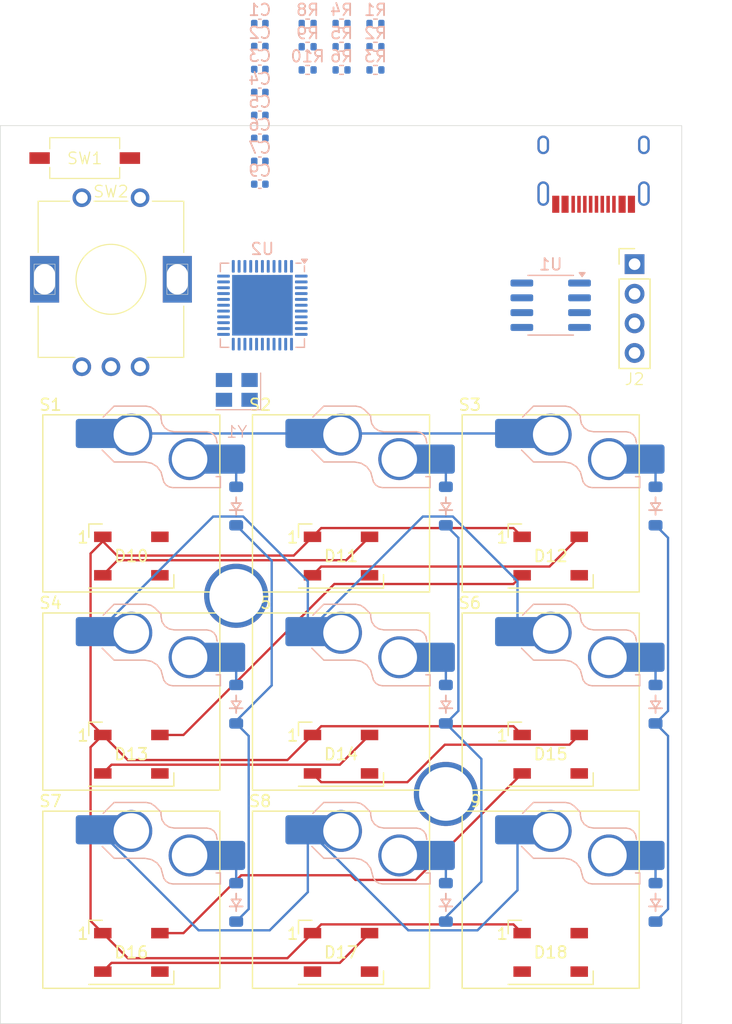
<source format=kicad_pcb>
(kicad_pcb (version 20240108) (generator "pcbnew") (generator_version "8.0")
  (layers (0 "F.Cu" signal) (31 "B.Cu" signal) (34 "B.Paste" user) (35 "F.Paste" user) (36 "B.SilkS" user "B.Silkscreen") (37 "F.SilkS" user "F.Silkscreen") (38 "B.Mask" user) (39 "F.Mask" user) (44 "Edge.Cuts" user))
  (net 0 "")
  (net 1 "VBUS")
  (net 2 "Net-(U2-UCAP)")
  (net 3 "Net-(U2-XTAL1)")
  (net 4 "Net-(U2-XTAL2)")
  (net 5 "RE A")
  (net 6 "RE B")
  (net 7 "Row 0")
  (net 8 "Net-(D1-A)")
  (net 9 "Row 1")
  (net 10 "Net-(D2-A)")
  (net 11 "Row 2")
  (net 12 "Net-(D3-A)")
  (net 13 "Net-(D4-A)")
  (net 14 "Net-(D5-A)")
  (net 15 "Net-(D6-A)")
  (net 16 "Net-(D7-A)")
  (net 17 "Net-(D8-A)")
  (net 18 "Net-(D9-A)")
  (net 19 "+5V")
  (net 20 "LED Input")
  (net 21 "Net-(D10-DOUT)")
  (net 22 "Net-(D11-DOUT)")
  (net 23 "Net-(D12-DOUT)")
  (net 24 "Net-(D13-DOUT)")
  (net 25 "Net-(D14-DOUT)")
  (net 26 "Net-(D15-DOUT)")
  (net 27 "Net-(D16-DOUT)")
  (net 28 "Net-(D17-DOUT)")
  (net 30 "Net-(J1-D--PadA7)")
  (net 37 "Net-(J1-CC1)")
  (net 38 "Net-(J1-D+-PadA6)")
  (net 39 "Net-(J1-CC2)")
  (net 40 "Display SDA")
  (net 41 "Display SCL")
  (net 42 "Net-(U2-~{RESET})")
  (net 43 "Net-(U2-D+)")
  (net 44 "D+")
  (net 45 "Net-(U2-D-)")
  (net 46 "D-")
  (net 47 "Net-(R6-Pad2)")
  (net 48 "Net-(R10-Pad2)")
  (net 49 "Column 0")
  (net 50 "Column 1")
  (net 51 "Column 2")
  (net 52 "RE Switch")
  (net 80 "GND")
  (footprint "ScottoKeebs_Hotswap:Hotswap_Choc_V1_Plated_1.00u" (layer "F.Cu") (at 124.15 83.7)
    (property "Reference" "S1" (at -6.94 -8.46 0) (layer "F.SilkS"))
    (property "Value" "Keyswitch")
    (pad "" np_thru_hole circle (at -5.5 0) (size 1.9 1.9) (drill 1.9) (layers "*.Cu" "*.Mask"))
    (pad "" np_thru_hole circle (at 0 0) (size 3.45 3.45) (drill 3.45) (layers "*.Cu" "*.Mask"))
    (pad "" np_thru_hole circle (at 5.5 0) (size 1.9 1.9) (drill 1.9) (layers "*.Cu" "*.Mask"))
    (pad "1" smd roundrect (at -2.85 -6) (size 3.85 2.5) (layers "B.Cu") (roundrect_rratio 0.1) (net 49 "Column 0"))
    (pad "1" thru_hole circle (at 0 -5.9) (size 3.6 3.6) (drill 3.05) (layers "*.Cu" "*.Mask") (net 49 "Column 0"))
    (pad "2" thru_hole circle (at 5 -3.8) (size 3.6 3.6) (drill 3.05) (layers "*.Cu" "*.Mask") (net 8 "Net-(D1-A)"))
    (pad "2" smd roundrect (at 7.85 -3.8) (size 3.85 2.5) (layers "B.Cu") (roundrect_rratio 0.1) (net 8 "Net-(D1-A)"))
  )
  (footprint "ScottoKeebs_Hotswap:Hotswap_Choc_V1_Plated_1.00u" (layer "F.Cu") (at 160.15 83.7)
    (property "Reference" "S3" (at -6.94 -8.46 0) (layer "F.SilkS"))
    (property "Value" "Keyswitch")
    (pad "" np_thru_hole circle (at -5.5 0) (size 1.9 1.9) (drill 1.9) (layers "*.Cu" "*.Mask"))
    (pad "" np_thru_hole circle (at 0 0) (size 3.45 3.45) (drill 3.45) (layers "*.Cu" "*.Mask"))
    (pad "" np_thru_hole circle (at 5.5 0) (size 1.9 1.9) (drill 1.9) (layers "*.Cu" "*.Mask"))
    (pad "1" smd roundrect (at -2.85 -6) (size 3.85 2.5) (layers "B.Cu") (roundrect_rratio 0.1) (net 49 "Column 0"))
    (pad "1" thru_hole circle (at 0 -5.9) (size 3.6 3.6) (drill 3.05) (layers "*.Cu" "*.Mask") (net 49 "Column 0"))
    (pad "2" thru_hole circle (at 5 -3.8) (size 3.6 3.6) (drill 3.05) (layers "*.Cu" "*.Mask") (net 12 "Net-(D3-A)"))
    (pad "2" smd roundrect (at 7.85 -3.8) (size 3.85 2.5) (layers "B.Cu") (roundrect_rratio 0.1) (net 12 "Net-(D3-A)"))
  )
  (footprint "Display:SSD1306_LCD_Display_128x32" (layer "F.Cu") (at 150.19 75.725)
    (property "Reference" "J2" (at 17.16 -2.68 0) (layer "F.SilkS") (effects (font (thickness 0.1))))
    (property "Value" "Display")
    (pad "1" thru_hole rect (at 17.16 -12.55) (size 1.7 1.7) (drill 1) (layers "*.Cu" "*.Mask") (net 80 "GND"))
    (pad "2" thru_hole oval (at 17.16 -10.01) (size 1.7 1.7) (drill 1) (layers "*.Cu" "*.Mask") (net 19 "+5V"))
    (pad "3" thru_hole oval (at 17.16 -7.47) (size 1.7 1.7) (drill 1) (layers "*.Cu" "*.Mask") (net 41 "Display SCL"))
    (pad "4" thru_hole oval (at 17.16 -4.93) (size 1.7 1.7) (drill 1) (layers "*.Cu" "*.Mask") (net 40 "Display SDA"))
  )
  (footprint "ScottoKeebs_Components:LED_WS2812B" (layer "F.Cu") (at 160.15 88.215625)
    (property "Reference" "D12" (at 0 0 0) (layer "F.SilkS"))
    (property "Value" "WS2812B")
    (fp_text user "1" (at -4.15 -1.6 0) (layer "F.SilkS"))
    (pad "1" smd rect (at -2.45 -1.65) (size 1.5 0.9) (layers "F.Cu" "F.Paste" "F.Mask") (net 19 "+5V"))
    (pad "2" smd rect (at -2.45 1.65) (size 1.5 0.9) (layers "F.Cu" "F.Paste" "F.Mask") (net 23 "Net-(D12-DOUT)"))
    (pad "3" smd rect (at 2.45 1.65) (size 1.5 0.9) (layers "F.Cu" "F.Paste" "F.Mask") (net 80 "GND"))
    (pad "4" smd rect (at 2.45 -1.65) (size 1.5 0.9) (layers "F.Cu" "F.Paste" "F.Mask") (net 22 "Net-(D11-DOUT)"))
  )
  (footprint "ScottoKeebs_Hotswap:Hotswap_Choc_V1_Plated_1.00u" (layer "F.Cu") (at 142.15 83.7)
    (property "Reference" "S2" (at -6.94 -8.46 0) (layer "F.SilkS"))
    (property "Value" "Keyswitch")
    (pad "" np_thru_hole circle (at -5.5 0) (size 1.9 1.9) (drill 1.9) (layers "*.Cu" "*.Mask"))
    (pad "" np_thru_hole circle (at 0 0) (size 3.45 3.45) (drill 3.45) (layers "*.Cu" "*.Mask"))
    (pad "" np_thru_hole circle (at 5.5 0) (size 1.9 1.9) (drill 1.9) (layers "*.Cu" "*.Mask"))
    (pad "1" smd roundrect (at -2.85 -6) (size 3.85 2.5) (layers "B.Cu") (roundrect_rratio 0.1) (net 49 "Column 0"))
    (pad "1" thru_hole circle (at 0 -5.9) (size 3.6 3.6) (drill 3.05) (layers "*.Cu" "*.Mask") (net 49 "Column 0"))
    (pad "2" thru_hole circle (at 5 -3.8) (size 3.6 3.6) (drill 3.05) (layers "*.Cu" "*.Mask") (net 10 "Net-(D2-A)"))
    (pad "2" smd roundrect (at 7.85 -3.8) (size 3.85 2.5) (layers "B.Cu") (roundrect_rratio 0.1) (net 10 "Net-(D2-A)"))
  )
  (footprint "Rotary_Encoder:RotaryEncoder_Bourns_PEC11R-4xxxF-Sxxxx" (layer "F.Cu") (at 122.4 74.975)
    (property "Reference" "SW2" (at 0 -18.025 0) (layer "F.SilkS") (effects (font (thickness 0.1))))
    (property "Value" "RotaryEncoder_Switch")
    (fp_rect (start -6.6 -11.8) (end -4.8 -9.2) (stroke (width 0.05)) (fill none) (layer "Edge.Cuts"))
    (fp_rect (start 4.8 -11.8) (end 6.6 -9.2) (stroke (width 0.05)) (fill none) (layer "Edge.Cuts"))
    (pad "A" thru_hole circle (at -2.5 -3) (size 1.6 1.6) (drill 1) (layers "*.Cu" "*.Mask") (net 48 "Net-(R10-Pad2)"))
    (pad "B" thru_hole circle (at 2.5 -3) (size 1.6 1.6) (drill 1) (layers "*.Cu" "*.Mask") (net 47 "Net-(R6-Pad2)"))
    (pad "C" thru_hole circle (at 0 -3) (size 1.6 1.6) (drill 1) (layers "*.Cu" "*.Mask") (net 80 "GND"))
    (pad "S1" thru_hole circle (at -2.5 -17.5) (size 1.6 1.6) (drill 1) (layers "*.Cu" "*.Mask") (net 80 "GND"))
    (pad "S2" thru_hole circle (at 2.5 -17.5) (size 1.6 1.6) (drill 1) (layers "*.Cu" "*.Mask") (net 52 "RE Switch"))
    (pad "SH" thru_hole rect (at -5.7 -10.5) (size 2.5 4) (drill oval 1.8 2.6) (layers "*.Cu" "*.Mask"))
    (pad "SH" thru_hole rect (at 5.7 -10.5) (size 2.5 4) (drill oval 1.8 2.6) (layers "*.Cu" "*.Mask"))
  )
  (footprint "MountingHole:MountingHole_4.6mm" (layer "F.Cu") (at 151.15 113.795)
    (property "Reference" "H2" (hide yes))
    (property "Value" "MountingHole_Pad" (hide yes))
    (pad "1" thru_hole circle (at 0 -5.17) (size 5.5 5.5) (drill 4.6) (layers "*.Cu" "*.Mask") (net 80 "GND"))
  )
  (footprint "ScottoKeebs_Components:LED_WS2812B" (layer "F.Cu") (at 124.15 122.215625)
    (property "Reference" "D16" (at 0 0 0) (layer "F.SilkS"))
    (property "Value" "WS2812B")
    (fp_text user "1" (at -4.15 -1.6 0) (layer "F.SilkS"))
    (pad "1" smd rect (at -2.45 -1.65) (size 1.5 0.9) (layers "F.Cu" "F.Paste" "F.Mask") (net 19 "+5V"))
    (pad "2" smd rect (at -2.45 1.65) (size 1.5 0.9) (layers "F.Cu" "F.Paste" "F.Mask") (net 27 "Net-(D16-DOUT)"))
    (pad "3" smd rect (at 2.45 1.65) (size 1.5 0.9) (layers "F.Cu" "F.Paste" "F.Mask") (net 80 "GND"))
    (pad "4" smd rect (at 2.45 -1.65) (size 1.5 0.9) (layers "F.Cu" "F.Paste" "F.Mask") (net 26 "Net-(D15-DOUT)"))
  )
  (footprint "MountingHole:MountingHole_4.6mm" (layer "F.Cu") (at 133.15 96.795)
    (property "Reference" "H1" (hide yes))
    (property "Value" "MountingHole_Pad" (hide yes))
    (pad "1" thru_hole circle (at 0 -5.17) (size 5.5 5.5) (drill 4.6) (layers "*.Cu" "*.Mask") (net 80 "GND"))
  )
  (footprint "ScottoKeebs_Hotswap:Hotswap_Choc_V1_Plated_1.00u" (layer "F.Cu") (at 142.15 117.7)
    (property "Reference" "S8" (at -6.94 -8.46 0) (layer "F.SilkS"))
    (property "Value" "Keyswitch")
    (pad "" np_thru_hole circle (at -5.5 0) (size 1.9 1.9) (drill 1.9) (layers "*.Cu" "*.Mask"))
    (pad "" np_thru_hole circle (at 0 0) (size 3.45 3.45) (drill 3.45) (layers "*.Cu" "*.Mask"))
    (pad "" np_thru_hole circle (at 5.5 0) (size 1.9 1.9) (drill 1.9) (layers "*.Cu" "*.Mask"))
    (pad "1" smd roundrect (at -2.85 -6) (size 3.85 2.5) (layers "B.Cu") (roundrect_rratio 0.1) (net 51 "Column 2"))
    (pad "1" thru_hole circle (at 0 -5.9) (size 3.6 3.6) (drill 3.05) (layers "*.Cu" "*.Mask") (net 51 "Column 2"))
    (pad "2" thru_hole circle (at 5 -3.8) (size 3.6 3.6) (drill 3.05) (layers "*.Cu" "*.Mask") (net 17 "Net-(D8-A)"))
    (pad "2" smd roundrect (at 7.85 -3.8) (size 3.85 2.5) (layers "B.Cu") (roundrect_rratio 0.1) (net 17 "Net-(D8-A)"))
  )
  (footprint "ScottoKeebs_Hotswap:Hotswap_Choc_V1_Plated_1.00u" (layer "F.Cu") (at 160.15 117.7)
    (property "Reference" "S9" (at -6.94 -8.46 0) (layer "F.SilkS"))
    (property "Value" "Keyswitch")
    (pad "" np_thru_hole circle (at -5.5 0) (size 1.9 1.9) (drill 1.9) (layers "*.Cu" "*.Mask"))
    (pad "" np_thru_hole circle (at 0 0) (size 3.45 3.45) (drill 3.45) (layers "*.Cu" "*.Mask"))
    (pad "" np_thru_hole circle (at 5.5 0) (size 1.9 1.9) (drill 1.9) (layers "*.Cu" "*.Mask"))
    (pad "1" smd roundrect (at -2.85 -6) (size 3.85 2.5) (layers "B.Cu") (roundrect_rratio 0.1) (net 51 "Column 2"))
    (pad "1" thru_hole circle (at 0 -5.9) (size 3.6 3.6) (drill 3.05) (layers "*.Cu" "*.Mask") (net 51 "Column 2"))
    (pad "2" thru_hole circle (at 5 -3.8) (size 3.6 3.6) (drill 3.05) (layers "*.Cu" "*.Mask") (net 18 "Net-(D9-A)"))
    (pad "2" smd roundrect (at 7.85 -3.8) (size 3.85 2.5) (layers "B.Cu") (roundrect_rratio 0.1) (net 18 "Net-(D9-A)"))
  )
  (footprint "ScottoKeebs_Components:USB_C_HRO_TYPE-C-31-M-12" (layer "F.Cu") (at 163.83 53.9925 180)
    (property "Reference" "J1" (hide yes))
    (property "Value" "USB_C_Receptacle_USB2.0_16P")
    (pad "" np_thru_hole circle (at -2.89 -2.6 180) (size 0.65 0.65) (drill 0.65) (layers "*.Cu" "*.Mask"))
    (pad "" np_thru_hole circle (at 2.89 -2.6 180) (size 0.65 0.65) (drill 0.65) (layers "*.Cu" "*.Mask"))
    (pad "A1" smd rect (at -3.25 -4.045 180) (size 0.6 1.45) (layers "F.Cu" "F.Paste" "F.Mask") (net 80 "GND"))
    (pad "A4" smd rect (at -2.45 -4.045 180) (size 0.6 1.45) (layers "F.Cu" "F.Paste" "F.Mask") (net 1 "VBUS"))
    (pad "A5" smd rect (at -1.25 -4.045 180) (size 0.3 1.45) (layers "F.Cu" "F.Paste" "F.Mask") (net 37 "Net-(J1-CC1)"))
    (pad "A6" smd rect (at -0.25 -4.045 180) (size 0.3 1.45) (layers "F.Cu" "F.Paste" "F.Mask") (net 38 "Net-(J1-D+-PadA6)"))
    (pad "A7" smd rect (at 0.25 -4.045 180) (size 0.3 1.45) (layers "F.Cu" "F.Paste" "F.Mask") (net 30 "Net-(J1-D--PadA7)"))
    (pad "A8" smd rect (at 1.25 -4.045 180) (size 0.3 1.45) (layers "F.Cu" "F.Paste" "F.Mask"))
    (pad "A9" smd rect (at 2.45 -4.045 180) (size 0.6 1.45) (layers "F.Cu" "F.Paste" "F.Mask") (net 1 "VBUS"))
    (pad "A12" smd rect (at 3.25 -4.045 180) (size 0.6 1.45) (layers "F.Cu" "F.Paste" "F.Mask") (net 80 "GND"))
    (pad "B1" smd rect (at 3.25 -4.045 180) (size 0.6 1.45) (layers "F.Cu" "F.Paste" "F.Mask") (net 80 "GND"))
    (pad "B4" smd rect (at 2.45 -4.045 180) (size 0.6 1.45) (layers "F.Cu" "F.Paste" "F.Mask") (net 1 "VBUS"))
    (pad "B5" smd rect (at 1.75 -4.045 180) (size 0.3 1.45) (layers "F.Cu" "F.Paste" "F.Mask") (net 39 "Net-(J1-CC2)"))
    (pad "B6" smd rect (at 0.75 -4.045 180) (size 0.3 1.45) (layers "F.Cu" "F.Paste" "F.Mask") (net 38 "Net-(J1-D+-PadA6)"))
    (pad "B7" smd rect (at -0.75 -4.045 180) (size 0.3 1.45) (layers "F.Cu" "F.Paste" "F.Mask") (net 30 "Net-(J1-D--PadA7)"))
    (pad "B8" smd rect (at -1.75 -4.045 180) (size 0.3 1.45) (layers "F.Cu" "F.Paste" "F.Mask"))
    (pad "B9" smd rect (at -2.45 -4.045 180) (size 0.6 1.45) (layers "F.Cu" "F.Paste" "F.Mask") (net 1 "VBUS"))
    (pad "B12" smd rect (at -3.25 -4.045 180) (size 0.6 1.45) (layers "F.Cu" "F.Paste" "F.Mask") (net 80 "GND"))
    (pad "S1" thru_hole oval (at -4.32 -3.13 180) (size 1 2.1) (drill oval 0.6 1.7) (layers "*.Cu" "*.Mask"))
    (pad "S1" thru_hole oval (at -4.32 1.05 180) (size 1 1.6) (drill oval 0.6 1.2) (layers "*.Cu" "*.Mask"))
    (pad "S1" thru_hole oval (at 4.32 -3.13 180) (size 1 2.1) (drill oval 0.6 1.7) (layers "*.Cu" "*.Mask"))
    (pad "S1" thru_hole oval (at 4.32 1.05 180) (size 1 1.6) (drill oval 0.6 1.2) (layers "*.Cu" "*.Mask"))
  )
  (footprint "ScottoKeebs_Components:LED_WS2812B" (layer "F.Cu") (at 142.15 105.215625)
    (property "Reference" "D14" (at 0 0 0) (layer "F.SilkS"))
    (property "Value" "WS2812B")
    (fp_text user "1" (at -4.15 -1.6 0) (layer "F.SilkS"))
    (pad "1" smd rect (at -2.45 -1.65) (size 1.5 0.9) (layers "F.Cu" "F.Paste" "F.Mask") (net 19 "+5V"))
    (pad "2" smd rect (at -2.45 1.65) (size 1.5 0.9) (layers "F.Cu" "F.Paste" "F.Mask") (net 25 "Net-(D14-DOUT)"))
    (pad "3" smd rect (at 2.45 1.65) (size 1.5 0.9) (layers "F.Cu" "F.Paste" "F.Mask") (net 80 "GND"))
    (pad "4" smd rect (at 2.45 -1.65) (size 1.5 0.9) (layers "F.Cu" "F.Paste" "F.Mask") (net 24 "Net-(D13-DOUT)"))
  )
  (footprint "Button_Switch_SMD:SW_Tactile_TSB008A2530A" (layer "F.Cu") (at 120.15 58.075)
    (property "Reference" "SW1" (at 0 -3.975 0) (layer "F.SilkS") (effects (font (thickness 0.1))))
    (property "Value" "SW_Push")
    (pad "1" smd rect (at -3.875 -4) (size 1.75 1) (layers "F.Cu" "F.Paste" "F.Mask") (net 80 "GND"))
    (pad "2" smd rect (at 3.875 -4) (size 1.75 1) (layers "F.Cu" "F.Paste" "F.Mask") (net 42 "Net-(U2-~{RESET})"))
  )
  (footprint "ScottoKeebs_Hotswap:Hotswap_Choc_V1_Plated_1.00u" (layer "F.Cu") (at 142.15 100.7)
    (property "Reference" "S5" (at -6.94 -8.46 0) (layer "F.SilkS"))
    (property "Value" "Keyswitch")
    (pad "" np_thru_hole circle (at -5.5 0) (size 1.9 1.9) (drill 1.9) (layers "*.Cu" "*.Mask"))
    (pad "" np_thru_hole circle (at 0 0) (size 3.45 3.45) (drill 3.45) (layers "*.Cu" "*.Mask"))
    (pad "" np_thru_hole circle (at 5.5 0) (size 1.9 1.9) (drill 1.9) (layers "*.Cu" "*.Mask"))
    (pad "1" smd roundrect (at -2.85 -6) (size 3.85 2.5) (layers "B.Cu") (roundrect_rratio 0.1) (net 50 "Column 1"))
    (pad "1" thru_hole circle (at 0 -5.9) (size 3.6 3.6) (drill 3.05) (layers "*.Cu" "*.Mask") (net 50 "Column 1"))
    (pad "2" thru_hole circle (at 5 -3.8) (size 3.6 3.6) (drill 3.05) (layers "*.Cu" "*.Mask") (net 14 "Net-(D5-A)"))
    (pad "2" smd roundrect (at 7.85 -3.8) (size 3.85 2.5) (layers "B.Cu") (roundrect_rratio 0.1) (net 14 "Net-(D5-A)"))
  )
  (footprint "ScottoKeebs_Components:LED_WS2812B" (layer "F.Cu") (at 142.15 122.215625)
    (property "Reference" "D17" (at 0 0 0) (layer "F.SilkS"))
    (property "Value" "WS2812B")
    (fp_text user "1" (at -4.15 -1.6 0) (layer "F.SilkS"))
    (pad "1" smd rect (at -2.45 -1.65) (size 1.5 0.9) (layers "F.Cu" "F.Paste" "F.Mask") (net 19 "+5V"))
    (pad "2" smd rect (at -2.45 1.65) (size 1.5 0.9) (layers "F.Cu" "F.Paste" "F.Mask") (net 28 "Net-(D17-DOUT)"))
    (pad "3" smd rect (at 2.45 1.65) (size 1.5 0.9) (layers "F.Cu" "F.Paste" "F.Mask") (net 80 "GND"))
    (pad "4" smd rect (at 2.45 -1.65) (size 1.5 0.9) (layers "F.Cu" "F.Paste" "F.Mask") (net 27 "Net-(D16-DOUT)"))
  )
  (footprint "ScottoKeebs_Hotswap:Hotswap_Choc_V1_Plated_1.00u" (layer "F.Cu") (at 124.15 100.7)
    (property "Reference" "S4" (at -6.94 -8.46 0) (layer "F.SilkS"))
    (property "Value" "Keyswitch")
    (pad "" np_thru_hole circle (at -5.5 0) (size 1.9 1.9) (drill 1.9) (layers "*.Cu" "*.Mask"))
    (pad "" np_thru_hole circle (at 0 0) (size 3.45 3.45) (drill 3.45) (layers "*.Cu" "*.Mask"))
    (pad "" np_thru_hole circle (at 5.5 0) (size 1.9 1.9) (drill 1.9) (layers "*.Cu" "*.Mask"))
    (pad "1" smd roundrect (at -2.85 -6) (size 3.85 2.5) (layers "B.Cu") (roundrect_rratio 0.1) (net 50 "Column 1"))
    (pad "1" thru_hole circle (at 0 -5.9) (size 3.6 3.6) (drill 3.05) (layers "*.Cu" "*.Mask") (net 50 "Column 1"))
    (pad "2" thru_hole circle (at 5 -3.8) (size 3.6 3.6) (drill 3.05) (layers "*.Cu" "*.Mask") (net 13 "Net-(D4-A)"))
    (pad "2" smd roundrect (at 7.85 -3.8) (size 3.85 2.5) (layers "B.Cu") (roundrect_rratio 0.1) (net 13 "Net-(D4-A)"))
  )
  (footprint "ScottoKeebs_Components:LED_WS2812B" (layer "F.Cu") (at 142.15 88.215625)
    (property "Reference" "D11" (at 0 0 0) (layer "F.SilkS"))
    (property "Value" "WS2812B")
    (fp_text user "1" (at -4.15 -1.6 0) (layer "F.SilkS"))
    (pad "1" smd rect (at -2.45 -1.65) (size 1.5 0.9) (layers "F.Cu" "F.Paste" "F.Mask") (net 19 "+5V"))
    (pad "2" smd rect (at -2.45 1.65) (size 1.5 0.9) (layers "F.Cu" "F.Paste" "F.Mask") (net 22 "Net-(D11-DOUT)"))
    (pad "3" smd rect (at 2.45 1.65) (size 1.5 0.9) (layers "F.Cu" "F.Paste" "F.Mask") (net 80 "GND"))
    (pad "4" smd rect (at 2.45 -1.65) (size 1.5 0.9) (layers "F.Cu" "F.Paste" "F.Mask") (net 21 "Net-(D10-DOUT)"))
  )
  (footprint "ScottoKeebs_Components:LED_WS2812B" (layer "F.Cu") (at 160.15 105.215625)
    (property "Reference" "D15" (at 0 0 0) (layer "F.SilkS"))
    (property "Value" "WS2812B")
    (fp_text user "1" (at -4.15 -1.6 0) (layer "F.SilkS"))
    (pad "1" smd rect (at -2.45 -1.65) (size 1.5 0.9) (layers "F.Cu" "F.Paste" "F.Mask") (net 19 "+5V"))
    (pad "2" smd rect (at -2.45 1.65) (size 1.5 0.9) (layers "F.Cu" "F.Paste" "F.Mask") (net 26 "Net-(D15-DOUT)"))
    (pad "3" smd rect (at 2.45 1.65) (size 1.5 0.9) (layers "F.Cu" "F.Paste" "F.Mask") (net 80 "GND"))
    (pad "4" smd rect (at 2.45 -1.65) (size 1.5 0.9) (layers "F.Cu" "F.Paste" "F.Mask") (net 25 "Net-(D14-DOUT)"))
  )
  (footprint "ScottoKeebs_Hotswap:Hotswap_Choc_V1_Plated_1.00u" (layer "F.Cu") (at 160.15 100.7)
    (property "Reference" "S6" (at -6.94 -8.46 0) (layer "F.SilkS"))
    (property "Value" "Keyswitch")
    (pad "" np_thru_hole circle (at -5.5 0) (size 1.9 1.9) (drill 1.9) (layers "*.Cu" "*.Mask"))
    (pad "" np_thru_hole circle (at 0 0) (size 3.45 3.45) (drill 3.45) (layers "*.Cu" "*.Mask"))
    (pad "" np_thru_hole circle (at 5.5 0) (size 1.9 1.9) (drill 1.9) (layers "*.Cu" "*.Mask"))
    (pad "1" smd roundrect (at -2.85 -6) (size 3.85 2.5) (layers "B.Cu") (roundrect_rratio 0.1) (net 50 "Column 1"))
    (pad "1" thru_hole circle (at 0 -5.9) (size 3.6 3.6) (drill 3.05) (layers "*.Cu" "*.Mask") (net 50 "Column 1"))
    (pad "2" thru_hole circle (at 5 -3.8) (size 3.6 3.6) (drill 3.05) (layers "*.Cu" "*.Mask") (net 15 "Net-(D6-A)"))
    (pad "2" smd roundrect (at 7.85 -3.8) (size 3.85 2.5) (layers "B.Cu") (roundrect_rratio 0.1) (net 15 "Net-(D6-A)"))
  )
  (footprint "ScottoKeebs_Components:LED_WS2812B" (layer "F.Cu") (at 160.15 122.215625)
    (property "Reference" "D18" (at 0 0 0) (layer "F.SilkS"))
    (property "Value" "WS2812B")
    (fp_text user "1" (at -4.15 -1.6 0) (layer "F.SilkS"))
    (pad "1" smd rect (at -2.45 -1.65) (size 1.5 0.9) (layers "F.Cu" "F.Paste" "F.Mask") (net 19 "+5V"))
    (pad "2" smd rect (at -2.45 1.65) (size 1.5 0.9) (layers "F.Cu" "F.Paste" "F.Mask"))
    (pad "3" smd rect (at 2.45 1.65) (size 1.5 0.9) (layers "F.Cu" "F.Paste" "F.Mask") (net 80 "GND"))
    (pad "4" smd rect (at 2.45 -1.65) (size 1.5 0.9) (layers "F.Cu" "F.Paste" "F.Mask") (net 28 "Net-(D17-DOUT)"))
  )
  (footprint "ScottoKeebs_Components:LED_WS2812B" (layer "F.Cu") (at 124.15 105.215625)
    (property "Reference" "D13" (at 0 0 0) (layer "F.SilkS"))
    (property "Value" "WS2812B")
    (fp_text user "1" (at -4.15 -1.6 0) (layer "F.SilkS"))
    (pad "1" smd rect (at -2.45 -1.65) (size 1.5 0.9) (layers "F.Cu" "F.Paste" "F.Mask") (net 19 "+5V"))
    (pad "2" smd rect (at -2.45 1.65) (size 1.5 0.9) (layers "F.Cu" "F.Paste" "F.Mask") (net 24 "Net-(D13-DOUT)"))
    (pad "3" smd rect (at 2.45 1.65) (size 1.5 0.9) (layers "F.Cu" "F.Paste" "F.Mask") (net 80 "GND"))
    (pad "4" smd rect (at 2.45 -1.65) (size 1.5 0.9) (layers "F.Cu" "F.Paste" "F.Mask") (net 23 "Net-(D12-DOUT)"))
  )
  (footprint "ScottoKeebs_Components:LED_WS2812B" (layer "F.Cu") (at 124.15 88.215625)
    (property "Reference" "D10" (at 0 0 0) (layer "F.SilkS"))
    (property "Value" "WS2812B")
    (fp_text user "1" (at -4.15 -1.6 0) (layer "F.SilkS"))
    (pad "1" smd rect (at -2.45 -1.65) (size 1.5 0.9) (layers "F.Cu" "F.Paste" "F.Mask") (net 19 "+5V"))
    (pad "2" smd rect (at -2.45 1.65) (size 1.5 0.9) (layers "F.Cu" "F.Paste" "F.Mask") (net 21 "Net-(D10-DOUT)"))
    (pad "3" smd rect (at 2.45 1.65) (size 1.5 0.9) (layers "F.Cu" "F.Paste" "F.Mask") (net 80 "GND"))
    (pad "4" smd rect (at 2.45 -1.65) (size 1.5 0.9) (layers "F.Cu" "F.Paste" "F.Mask") (net 20 "LED Input"))
  )
  (footprint "ScottoKeebs_Hotswap:Hotswap_Choc_V1_Plated_1.00u" (layer "F.Cu") (at 124.15 117.7)
    (property "Reference" "S7" (at -6.94 -8.46 0) (layer "F.SilkS"))
    (property "Value" "Keyswitch")
    (pad "" np_thru_hole circle (at -5.5 0) (size 1.9 1.9) (drill 1.9) (layers "*.Cu" "*.Mask"))
    (pad "" np_thru_hole circle (at 0 0) (size 3.45 3.45) (drill 3.45) (layers "*.Cu" "*.Mask"))
    (pad "" np_thru_hole circle (at 5.5 0) (size 1.9 1.9) (drill 1.9) (layers "*.Cu" "*.Mask"))
    (pad "1" smd roundrect (at -2.85 -6) (size 3.85 2.5) (layers "B.Cu") (roundrect_rratio 0.1) (net 51 "Column 2"))
    (pad "1" thru_hole circle (at 0 -5.9) (size 3.6 3.6) (drill 3.05) (layers "*.Cu" "*.Mask") (net 51 "Column 2"))
    (pad "2" thru_hole circle (at 5 -3.8) (size 3.6 3.6) (drill 3.05) (layers "*.Cu" "*.Mask") (net 16 "Net-(D7-A)"))
    (pad "2" smd roundrect (at 7.85 -3.8) (size 3.85 2.5) (layers "B.Cu") (roundrect_rratio 0.1) (net 16 "Net-(D7-A)"))
  )
  (footprint "Capacitor_SMD:C_0402_1005Metric" (layer "B.Cu") (at 135.18 42.5225 180)
    (property "Reference" "C1" (at 0 1.16 0) (layer "B.SilkS") (effects (justify mirror)))
    (property "Value" "100n")
    (pad "1" smd roundrect (at -0.48 0 180) (size 0.56 0.62) (layers "B.Cu" "B.Paste" "B.Mask") (net 1 "VBUS"))
    (pad "2" smd roundrect (at 0.48 0 180) (size 0.56 0.62) (layers "B.Cu" "B.Paste" "B.Mask") (net 80 "GND"))
  )
  (footprint "ScottoKeebs_Components:Diode_SOD-123" (layer "B.Cu") (at 151.15 100.925 90)
    (property "Reference" "D5" (hide yes))
    (property "Value" "Diode")
    (pad "1" smd roundrect (at -1.65 0 90) (size 0.9 1.2) (layers "B.Cu" "B.Paste" "B.Mask") (net 9 "Row 1"))
    (pad "2" smd roundrect (at 1.65 0 90) (size 0.9 1.2) (layers "B.Cu" "B.Paste" "B.Mask") (net 14 "Net-(D5-A)"))
  )
  (footprint "ScottoKeebs_Components:Diode_SOD-123" (layer "B.Cu") (at 133.15 83.925 90)
    (property "Reference" "D1" (hide yes))
    (property "Value" "Diode")
    (pad "1" smd roundrect (at -1.65 0 90) (size 0.9 1.2) (layers "B.Cu" "B.Paste" "B.Mask") (net 7 "Row 0"))
    (pad "2" smd roundrect (at 1.65 0 90) (size 0.9 1.2) (layers "B.Cu" "B.Paste" "B.Mask") (net 8 "Net-(D1-A)"))
  )
  (footprint "Capacitor_SMD:C_0402_1005Metric" (layer "B.Cu") (at 135.18 44.4925 180)
    (property "Reference" "C2" (at 0 1.16 0) (layer "B.SilkS") (effects (justify mirror)))
    (property "Value" "100n")
    (pad "1" smd roundrect (at -0.48 0 180) (size 0.56 0.62) (layers "B.Cu" "B.Paste" "B.Mask") (net 1 "VBUS"))
    (pad "2" smd roundrect (at 0.48 0 180) (size 0.56 0.62) (layers "B.Cu" "B.Paste" "B.Mask") (net 80 "GND"))
  )
  (footprint "Resistor_SMD:R_0402_1005Metric" (layer "B.Cu") (at 142.195 46.5125 180)
    (property "Reference" "R6" (at 0 1.17 0) (layer "B.SilkS") (effects (justify mirror)))
    (property "Value" "10k")
    (pad "1" smd roundrect (at -0.51 0 180) (size 0.54 0.64) (layers "B.Cu" "B.Paste" "B.Mask") (net 19 "+5V"))
    (pad "2" smd roundrect (at 0.51 0 180) (size 0.54 0.64) (layers "B.Cu" "B.Paste" "B.Mask") (net 47 "Net-(R6-Pad2)"))
  )
  (footprint "Resistor_SMD:R_0402_1005Metric" (layer "B.Cu") (at 145.105 46.5125 180)
    (property "Reference" "R3" (at 0 1.17 0) (layer "B.SilkS") (effects (justify mirror)))
    (property "Value" "22")
    (pad "1" smd roundrect (at -0.51 0 180) (size 0.54 0.64) (layers "B.Cu" "B.Paste" "B.Mask") (net 46 "D-"))
    (pad "2" smd roundrect (at 0.51 0 180) (size 0.54 0.64) (layers "B.Cu" "B.Paste" "B.Mask") (net 45 "Net-(U2-D-)"))
  )
  (footprint "Resistor_SMD:R_0402_1005Metric" (layer "B.Cu") (at 145.105 44.5225 180)
    (property "Reference" "R2" (at 0 1.17 0) (layer "B.SilkS") (effects (justify mirror)))
    (property "Value" "22")
    (pad "1" smd roundrect (at -0.51 0 180) (size 0.54 0.64) (layers "B.Cu" "B.Paste" "B.Mask") (net 43 "Net-(U2-D+)"))
    (pad "2" smd roundrect (at 0.51 0 180) (size 0.54 0.64) (layers "B.Cu" "B.Paste" "B.Mask") (net 44 "D+"))
  )
  (footprint "Resistor_SMD:R_0402_1005Metric" (layer "B.Cu") (at 139.285 42.5325 180)
    (property "Reference" "R8" (at 0 1.17 0) (layer "B.SilkS") (effects (justify mirror)))
    (property "Value" "10k")
    (pad "1" smd roundrect (at -0.51 0 180) (size 0.54 0.64) (layers "B.Cu" "B.Paste" "B.Mask") (net 19 "+5V"))
    (pad "2" smd roundrect (at 0.51 0 180) (size 0.54 0.64) (layers "B.Cu" "B.Paste" "B.Mask") (net 48 "Net-(R10-Pad2)"))
  )
  (footprint "ScottoKeebs_Components:Diode_SOD-123" (layer "B.Cu") (at 169.15 100.925 90)
    (property "Reference" "D6" (hide yes))
    (property "Value" "Diode")
    (pad "1" smd roundrect (at -1.65 0 90) (size 0.9 1.2) (layers "B.Cu" "B.Paste" "B.Mask") (net 11 "Row 2"))
    (pad "2" smd roundrect (at 1.65 0 90) (size 0.9 1.2) (layers "B.Cu" "B.Paste" "B.Mask") (net 15 "Net-(D6-A)"))
  )
  (footprint "Resistor_SMD:R_0402_1005Metric" (layer "B.Cu") (at 142.195 42.5325 180)
    (property "Reference" "R4" (at 0 1.17 0) (layer "B.SilkS") (effects (justify mirror)))
    (property "Value" "5k1")
    (pad "1" smd roundrect (at -0.51 0 180) (size 0.54 0.64) (layers "B.Cu" "B.Paste" "B.Mask") (net 37 "Net-(J1-CC1)"))
    (pad "2" smd roundrect (at 0.51 0 180) (size 0.54 0.64) (layers "B.Cu" "B.Paste" "B.Mask") (net 80 "GND"))
  )
  (footprint "Capacitor_SMD:C_0402_1005Metric" (layer "B.Cu") (at 135.18 54.3425 180)
    (property "Reference" "C7" (at 0 1.16 0) (layer "B.SilkS") (effects (justify mirror)))
    (property "Value" "10n")
    (pad "1" smd roundrect (at -0.48 0 180) (size 0.56 0.62) (layers "B.Cu" "B.Paste" "B.Mask") (net 80 "GND"))
    (pad "2" smd roundrect (at 0.48 0 180) (size 0.56 0.62) (layers "B.Cu" "B.Paste" "B.Mask") (net 5 "RE A"))
  )
  (footprint "Resistor_SMD:R_0402_1005Metric" (layer "B.Cu") (at 142.195 44.5225 180)
    (property "Reference" "R5" (at 0 1.17 0) (layer "B.SilkS") (effects (justify mirror)))
    (property "Value" "5k1")
    (pad "1" smd roundrect (at -0.51 0 180) (size 0.54 0.64) (layers "B.Cu" "B.Paste" "B.Mask") (net 39 "Net-(J1-CC2)"))
    (pad "2" smd roundrect (at 0.51 0 180) (size 0.54 0.64) (layers "B.Cu" "B.Paste" "B.Mask") (net 80 "GND"))
  )
  (footprint "ScottoKeebs_Components:Diode_SOD-123" (layer "B.Cu") (at 169.15 83.925 90)
    (property "Reference" "D3" (hide yes))
    (property "Value" "Diode")
    (pad "1" smd roundrect (at -1.65 0 90) (size 0.9 1.2) (layers "B.Cu" "B.Paste" "B.Mask") (net 11 "Row 2"))
    (pad "2" smd roundrect (at 1.65 0 90) (size 0.9 1.2) (layers "B.Cu" "B.Paste" "B.Mask") (net 12 "Net-(D3-A)"))
  )
  (footprint "ScottoKeebs_Components:Diode_SOD-123" (layer "B.Cu") (at 133.15 100.925 90)
    (property "Reference" "D4" (hide yes))
    (property "Value" "Diode")
    (pad "1" smd roundrect (at -1.65 0 90) (size 0.9 1.2) (layers "B.Cu" "B.Paste" "B.Mask") (net 7 "Row 0"))
    (pad "2" smd roundrect (at 1.65 0 90) (size 0.9 1.2) (layers "B.Cu" "B.Paste" "B.Mask") (net 13 "Net-(D4-A)"))
  )
  (footprint "ScottoKeebs_Components:Diode_SOD-123" (layer "B.Cu") (at 151.15 83.925 90)
    (property "Reference" "D2" (hide yes))
    (property "Value" "Diode")
    (pad "1" smd roundrect (at -1.65 0 90) (size 0.9 1.2) (layers "B.Cu" "B.Paste" "B.Mask") (net 9 "Row 1"))
    (pad "2" smd roundrect (at 1.65 0 90) (size 0.9 1.2) (layers "B.Cu" "B.Paste" "B.Mask") (net 10 "Net-(D2-A)"))
  )
  (footprint "Package_SO:SOIC-8_3.9x4.9mm_P1.27mm" (layer "B.Cu") (at 160.15 66.7 180)
    (property "Reference" "U1" (at 0 3.505 360) (layer "B.SilkS") (effects (justify mirror)))
    (property "Value" "USB6B1")
    (pad "1" smd roundrect (at -2.475 1.905 180) (size 1.95 0.6) (layers "B.Cu" "B.Paste" "B.Mask") (net 1 "VBUS"))
    (pad "2" smd roundrect (at -2.475 0.635 180) (size 1.95 0.6) (layers "B.Cu" "B.Paste" "B.Mask") (net 30 "Net-(J1-D--PadA7)"))
    (pad "3" smd roundrect (at -2.475 -0.635 180) (size 1.95 0.6) (layers "B.Cu" "B.Paste" "B.Mask") (net 38 "Net-(J1-D+-PadA6)"))
    (pad "4" smd roundrect (at -2.475 -1.905 180) (size 1.95 0.6) (layers "B.Cu" "B.Paste" "B.Mask") (net 80 "GND"))
    (pad "5" smd roundrect (at 2.475 -1.905 180) (size 1.95 0.6) (layers "B.Cu" "B.Paste" "B.Mask") (net 80 "GND"))
    (pad "6" smd roundrect (at 2.475 -0.635 180) (size 1.95 0.6) (layers "B.Cu" "B.Paste" "B.Mask") (net 44 "D+"))
    (pad "7" smd roundrect (at 2.475 0.635 180) (size 1.95 0.6) (layers "B.Cu" "B.Paste" "B.Mask") (net 46 "D-"))
    (pad "8" smd roundrect (at 2.475 1.905 180) (size 1.95 0.6) (layers "B.Cu" "B.Paste" "B.Mask") (net 1 "VBUS"))
  )
  (footprint "Capacitor_SMD:C_0402_1005Metric" (layer "B.Cu") (at 135.18 48.4325 180)
    (property "Reference" "C4" (at 0 1.16 0) (layer "B.SilkS") (effects (justify mirror)))
    (property "Value" "1u")
    (pad "1" smd roundrect (at -0.48 0 180) (size 0.56 0.62) (layers "B.Cu" "B.Paste" "B.Mask") (net 2 "Net-(U2-UCAP)"))
    (pad "2" smd roundrect (at 0.48 0 180) (size 0.56 0.62) (layers "B.Cu" "B.Paste" "B.Mask") (net 80 "GND"))
  )
  (footprint "ScottoKeebs_Components:Diode_SOD-123" (layer "B.Cu") (at 169.15 117.925 90)
    (property "Reference" "D9" (hide yes))
    (property "Value" "Diode")
    (pad "1" smd roundrect (at -1.65 0 90) (size 0.9 1.2) (layers "B.Cu" "B.Paste" "B.Mask") (net 11 "Row 2"))
    (pad "2" smd roundrect (at 1.65 0 90) (size 0.9 1.2) (layers "B.Cu" "B.Paste" "B.Mask") (net 18 "Net-(D9-A)"))
  )
  (footprint "Capacitor_SMD:C_0402_1005Metric" (layer "B.Cu") (at 135.18 52.3725 180)
    (property "Reference" "C6" (at 0 1.16 0) (layer "B.SilkS") (effects (justify mirror)))
    (property "Value" "12p")
    (pad "1" smd roundrect (at -0.48 0 180) (size 0.56 0.62) (layers "B.Cu" "B.Paste" "B.Mask") (net 4 "Net-(U2-XTAL2)"))
    (pad "2" smd roundrect (at 0.48 0 180) (size 0.56 0.62) (layers "B.Cu" "B.Paste" "B.Mask") (net 80 "GND"))
  )
  (footprint "Capacitor_SMD:C_0402_1005Metric" (layer "B.Cu") (at 135.18 56.3125 180)
    (property "Reference" "C9" (at 0 1.16 0) (layer "B.SilkS") (effects (justify mirror)))
    (property "Value" "10n")
    (pad "1" smd roundrect (at -0.48 0 180) (size 0.56 0.62) (layers "B.Cu" "B.Paste" "B.Mask") (net 80 "GND"))
    (pad "2" smd roundrect (at 0.48 0 180) (size 0.56 0.62) (layers "B.Cu" "B.Paste" "B.Mask") (net 6 "RE B"))
  )
  (footprint "Capacitor_SMD:C_0402_1005Metric" (layer "B.Cu") (at 135.18 46.4625 180)
    (property "Reference" "C3" (at 0 1.16 0) (layer "B.SilkS") (effects (justify mirror)))
    (property "Value" "100n")
    (pad "1" smd roundrect (at -0.48 0 180) (size 0.56 0.62) (layers "B.Cu" "B.Paste" "B.Mask") (net 1 "VBUS"))
    (pad "2" smd roundrect (at 0.48 0 180) (size 0.56 0.62) (layers "B.Cu" "B.Paste" "B.Mask") (net 80 "GND"))
  )
  (footprint "ScottoKeebs_Components:Diode_SOD-123" (layer "B.Cu") (at 151.15 117.925 90)
    (property "Reference" "D8" (hide yes))
    (property "Value" "Diode")
    (pad "1" smd roundrect (at -1.65 0 90) (size 0.9 1.2) (layers "B.Cu" "B.Paste" "B.Mask") (net 9 "Row 1"))
    (pad "2" smd roundrect (at 1.65 0 90) (size 0.9 1.2) (layers "B.Cu" "B.Paste" "B.Mask") (net 17 "Net-(D8-A)"))
  )
  (footprint "Resistor_SMD:R_0402_1005Metric" (layer "B.Cu") (at 139.285 44.5225 180)
    (property "Reference" "R9" (at 0 1.17 0) (layer "B.SilkS") (effects (justify mirror)))
    (property "Value" "10k")
    (pad "1" smd roundrect (at -0.51 0 180) (size 0.54 0.64) (layers "B.Cu" "B.Paste" "B.Mask") (net 47 "Net-(R6-Pad2)"))
    (pad "2" smd roundrect (at 0.51 0 180) (size 0.54 0.64) (layers "B.Cu" "B.Paste" "B.Mask") (net 6 "RE B"))
  )
  (footprint "Resistor_SMD:R_0402_1005Metric" (layer "B.Cu") (at 145.105 42.5325 180)
    (property "Reference" "R1" (at 0 1.17 0) (layer "B.SilkS") (effects (justify mirror)))
    (property "Value" "10k")
    (pad "1" smd roundrect (at -0.51 0 180) (size 0.54 0.64) (layers "B.Cu" "B.Paste" "B.Mask") (net 42 "Net-(U2-~{RESET})"))
    (pad "2" smd roundrect (at 0.51 0 180) (size 0.54 0.64) (layers "B.Cu" "B.Paste" "B.Mask") (net 1 "VBUS"))
  )
  (footprint "Resistor_SMD:R_0402_1005Metric" (layer "B.Cu") (at 139.285 46.5125 180)
    (property "Reference" "R10" (at 0 1.17 0) (layer "B.SilkS") (effects (justify mirror)))
    (property "Value" "10k")
    (pad "1" smd roundrect (at -0.51 0 180) (size 0.54 0.64) (layers "B.Cu" "B.Paste" "B.Mask") (net 5 "RE A"))
    (pad "2" smd roundrect (at 0.51 0 180) (size 0.54 0.64) (layers "B.Cu" "B.Paste" "B.Mask") (net 48 "Net-(R10-Pad2)"))
  )
  (footprint "Crystal:Crystal_SMD_X322516MLB4SI" (layer "B.Cu") (at 133.2 78.0625 180)
    (property "Reference" "Y1" (at 0 0.5 0) (layer "B.SilkS") (effects (font (thickness 0.1)) (justify mirror)))
    (property "Value" "16mghz")
    (pad "1" smd rect (at -1.1 3.25 180) (size 1.4 1.2) (layers "B.Cu" "B.Paste" "B.Mask") (net 4 "Net-(U2-XTAL2)"))
    (pad "2" smd rect (at 1.1 3.25 180) (size 1.4 1.2) (layers "B.Cu" "B.Paste" "B.Mask") (net 80 "GND"))
    (pad "3" smd rect (at 1.1 4.95 180) (size 1.4 1.2) (layers "B.Cu" "B.Paste" "B.Mask") (net 3 "Net-(U2-XTAL1)"))
    (pad "4" smd rect (at -1.1 4.95 180) (size 1.4 1.2) (layers "B.Cu" "B.Paste" "B.Mask") (net 80 "GND"))
  )
  (footprint "Capacitor_SMD:C_0402_1005Metric" (layer "B.Cu") (at 135.18 50.4025 180)
    (property "Reference" "C5" (at 0 1.16 0) (layer "B.SilkS") (effects (justify mirror)))
    (property "Value" "12p")
    (pad "1" smd roundrect (at -0.48 0 180) (size 0.56 0.62) (layers "B.Cu" "B.Paste" "B.Mask") (net 3 "Net-(U2-XTAL1)"))
    (pad "2" smd roundrect (at 0.48 0 180) (size 0.56 0.62) (layers "B.Cu" "B.Paste" "B.Mask") (net 80 "GND"))
  )
  (footprint "Package_DFN_QFN:QFN-44-1EP_7x7mm_P0.5mm_EP5.2x5.2mm" (layer "B.Cu") (at 135.4 66.7 180)
    (property "Reference" "U2" (at 0 4.83 0) (layer "B.SilkS") (effects (justify mirror)))
    (property "Value" "ATmega32U4-M")
    (pad "1" smd roundrect (at -3.3375 2.5 180) (size 1.075 0.25) (layers "B.Cu" "B.Paste" "B.Mask"))
    (pad "2" smd roundrect (at -3.3375 2 180) (size 1.075 0.25) (layers "B.Cu" "B.Paste" "B.Mask") (net 1 "VBUS"))
    (pad "3" smd roundrect (at -3.3375 1.5 180) (size 1.075 0.25) (layers "B.Cu" "B.Paste" "B.Mask") (net 45 "Net-(U2-D-)"))
    (pad "4" smd roundrect (at -3.3375 1 180) (size 1.075 0.25) (layers "B.Cu" "B.Paste" "B.Mask") (net 43 "Net-(U2-D+)"))
    (pad "5" smd roundrect (at -3.3375 0.5 180) (size 1.075 0.25) (layers "B.Cu" "B.Paste" "B.Mask") (net 80 "GND"))
    (pad "6" smd roundrect (at -3.3375 0 180) (size 1.075 0.25) (layers "B.Cu" "B.Paste" "B.Mask") (net 2 "Net-(U2-UCAP)"))
    (pad "7" smd roundrect (at -3.3375 -0.5 180) (size 1.075 0.25) (layers "B.Cu" "B.Paste" "B.Mask") (net 1 "VBUS"))
    (pad "8" smd roundrect (at -3.3375 -1 180) (size 1.075 0.25) (layers "B.Cu" "B.Paste" "B.Mask"))
    (pad "9" smd roundrect (at -3.3375 -1.5 180) (size 1.075 0.25) (layers "B.Cu" "B.Paste" "B.Mask"))
    (pad "10" smd roundrect (at -3.3375 -2 180) (size 1.075 0.25) (layers "B.Cu" "B.Paste" "B.Mask"))
    (pad "11" smd roundrect (at -3.3375 -2.5 180) (size 1.075 0.25) (layers "B.Cu" "B.Paste" "B.Mask"))
    (pad "12" smd roundrect (at -2.5 -3.3375 180) (size 0.25 1.075) (layers "B.Cu" "B.Paste" "B.Mask"))
    (pad "13" smd roundrect (at -2 -3.3375 180) (size 0.25 1.075) (layers "B.Cu" "B.Paste" "B.Mask") (net 42 "Net-(U2-~{RESET})"))
    (pad "14" smd roundrect (at -1.5 -3.3375 180) (size 0.25 1.075) (layers "B.Cu" "B.Paste" "B.Mask") (net 1 "VBUS"))
    (pad "15" smd roundrect (at -1 -3.3375 180) (size 0.25 1.075) (layers "B.Cu" "B.Paste" "B.Mask") (net 80 "GND"))
    (pad "16" smd roundrect (at -0.5 -3.3375 180) (size 0.25 1.075) (layers "B.Cu" "B.Paste" "B.Mask") (net 4 "Net-(U2-XTAL2)"))
    (pad "17" smd roundrect (at 0 -3.3375 180) (size 0.25 1.075) (layers "B.Cu" "B.Paste" "B.Mask") (net 3 "Net-(U2-XTAL1)"))
    (pad "18" smd roundrect (at 0.5 -3.3375 180) (size 0.25 1.075) (layers "B.Cu" "B.Paste" "B.Mask"))
    (pad "19" smd roundrect (at 1 -3.3375 180) (size 0.25 1.075) (layers "B.Cu" "B.Paste" "B.Mask"))
    (pad "20" smd roundrect (at 1.5 -3.3375 180) (size 0.25 1.075) (layers "B.Cu" "B.Paste" "B.Mask"))
    (pad "21" smd roundrect (at 2 -3.3375 180) (size 0.25 1.075) (layers "B.Cu" "B.Paste" "B.Mask"))
    (pad "22" smd roundrect (at 2.5 -3.3375 180) (size 0.25 1.075) (layers "B.Cu" "B.Paste" "B.Mask"))
    (pad "23" smd roundrect (at 3.3375 -2.5 180) (size 1.075 0.25) (layers "B.Cu" "B.Paste" "B.Mask") (net 80 "GND"))
    (pad "24" smd roundrect (at 3.3375 -2 180) (size 1.075 0.25) (layers "B.Cu" "B.Paste" "B.Mask") (net 1 "VBUS"))
    (pad "25" smd roundrect (at 3.3375 -1.5 180) (size 1.075 0.25) (layers "B.Cu" "B.Paste" "B.Mask"))
    (pad "26" smd roundrect (at 3.3375 -1 180) (size 1.075 0.25) (layers "B.Cu" "B.Paste" "B.Mask"))
    (pad "27" smd roundrect (at 3.3375 -0.5 180) (size 1.075 0.25) (layers "B.Cu" "B.Paste" "B.Mask"))
    (pad "28" smd roundrect (at 3.3375 0 180) (size 1.075 0.25) (layers "B.Cu" "B.Paste" "B.Mask"))
    (pad "29" smd roundrect (at 3.3375 0.5 180) (size 1.075 0.25) (layers "B.Cu" "B.Paste" "B.Mask"))
    (pad "30" smd roundrect (at 3.3375 1 180) (size 1.075 0.25) (layers "B.Cu" "B.Paste" "B.Mask"))
    (pad "31" smd roundrect (at 3.3375 1.5 180) (size 1.075 0.25) (layers "B.Cu" "B.Paste" "B.Mask"))
    (pad "32" smd roundrect (at 3.3375 2 180) (size 1.075 0.25) (layers "B.Cu" "B.Paste" "B.Mask"))
    (pad "33" smd roundrect (at 3.3375 2.5 180) (size 1.075 0.25) (layers "B.Cu" "B.Paste" "B.Mask"))
    (pad "34" smd roundrect (at 2.5 3.3375 180) (size 0.25 1.075) (layers "B.Cu" "B.Paste" "B.Mask") (net 1 "VBUS"))
    (pad "35" smd roundrect (at 2 3.3375 180) (size 0.25 1.075) (layers "B.Cu" "B.Paste" "B.Mask") (net 80 "GND"))
    (pad "36" smd roundrect (at 1.5 3.3375 180) (size 0.25 1.075) (layers "B.Cu" "B.Paste" "B.Mask"))
    (pad "37" smd roundrect (at 1 3.3375 180) (size 0.25 1.075) (layers "B.Cu" "B.Paste" "B.Mask"))
    (pad "38" smd roundrect (at 0.5 3.3375 180) (size 0.25 1.075) (layers "B.Cu" "B.Paste" "B.Mask"))
    (pad "39" smd roundrect (at 0 3.3375 180) (size 0.25 1.075) (layers "B.Cu" "B.Paste" "B.Mask"))
    (pad "40" smd roundrect (at -0.5 3.3375 180) (size 0.25 1.075) (layers "B.Cu" "B.Paste" "B.Mask"))
    (pad "41" smd roundrect (at -1 3.3375 180) (size 0.25 1.075) (layers "B.Cu" "B.Paste" "B.Mask"))
    (pad "42" smd roundrect (at -1.5 3.3375 180) (size 0.25 1.075) (layers "B.Cu" "B.Paste" "B.Mask"))
    (pad "43" smd roundrect (at -2 3.3375 180) (size 0.25 1.075) (layers "B.Cu" "B.Paste" "B.Mask") (net 80 "GND"))
    (pad "44" smd roundrect (at -2.5 3.3375 180) (size 0.25 1.075) (layers "B.Cu" "B.Paste" "B.Mask") (net 1 "VBUS"))
    (pad "45" smd rect (at 0 0 180) (size 5.2 5.2) (property pad_prop_heatsink) (layers "B.Cu" "B.Mask") (net 80 "GND"))
  )
  (footprint "ScottoKeebs_Components:Diode_SOD-123" (layer "B.Cu") (at 133.15 117.925 90)
    (property "Reference" "D7" (hide yes))
    (property "Value" "Diode")
    (pad "1" smd roundrect (at -1.65 0 90) (size 0.9 1.2) (layers "B.Cu" "B.Paste" "B.Mask") (net 7 "Row 0"))
    (pad "2" smd roundrect (at 1.65 0 90) (size 0.9 1.2) (layers "B.Cu" "B.Paste" "B.Mask") (net 16 "Net-(D7-A)"))
  )
  (gr_rect (start 112.9 51.29375) (end 171.4 128.325) (stroke (width 0.05)) (fill none) (layer "Edge.Cuts"))
  (segment (start 136.2 88.625) (end 136.2 99.311522) (width 0.2) (layer "B.Cu") (net 7))
  (segment (start 133.15 119.575) (end 134.225 118.5) (width 0.2) (layer "B.Cu") (net 7))
  (segment (start 136.2 99.311522) (end 133.15 102.361522) (width 0.2) (layer "B.Cu") (net 7))
  (segment (start 134.225 118.5) (end 134.225 103.65) (width 0.2) (layer "B.Cu") (net 7))
  (segment (start 134.225 103.65) (end 133.15 102.575) (width 0.2) (layer "B.Cu") (net 7))
  (segment (start 133.15 85.575) (end 136.2 88.625) (width 0.2) (layer "B.Cu") (net 7))
  (segment (start 133.15 102.361522) (end 133.15 102.575) (width 0.2) (layer "B.Cu") (net 7))
  (segment (start 132 79.9) (end 133.15 81.05) (width 0.2) (layer "B.Cu") (net 8))
  (segment (start 133.15 81.05) (end 133.15 82.275) (width 0.2) (layer "B.Cu") (net 8))
  (segment (start 151.15 119.2) (end 151.15 119.575) (width 0.2) (layer "B.Cu") (net 9))
  (segment (start 152.225 86.65) (end 152.225 101.5) (width 0.2) (layer "B.Cu") (net 9))
  (segment (start 151.15 102.575) (end 154.2 105.625) (width 0.2) (layer "B.Cu") (net 9))
  (segment (start 151.15 85.575) (end 152.225 86.65) (width 0.2) (layer "B.Cu") (net 9))
  (segment (start 154.2 116.15) (end 151.15 119.2) (width 0.2) (layer "B.Cu") (net 9))
  (segment (start 154.2 105.625) (end 154.2 116.15) (width 0.2) (layer "B.Cu") (net 9))
  (segment (start 152.225 101.5) (end 151.15 102.575) (width 0.2) (layer "B.Cu") (net 9))
  (segment (start 151.15 81.05) (end 151.15 82.275) (width 0.2) (layer "B.Cu") (net 10))
  (segment (start 150 79.9) (end 151.15 81.05) (width 0.2) (layer "B.Cu") (net 10))
  (segment (start 170.225 86.65) (end 170.225 101.5) (width 0.2) (layer "B.Cu") (net 11))
  (segment (start 170.225 118.5) (end 169.15 119.575) (width 0.2) (layer "B.Cu") (net 11))
  (segment (start 170.225 101.5) (end 169.15 102.575) (width 0.2) (layer "B.Cu") (net 11))
  (segment (start 169.15 102.575) (end 170.225 103.65) (width 0.2) (layer "B.Cu") (net 11))
  (segment (start 170.225 103.65) (end 170.225 118.5) (width 0.2) (layer "B.Cu") (net 11))
  (segment (start 169.15 85.575) (end 170.225 86.65) (width 0.2) (layer "B.Cu") (net 11))
  (segment (start 169.15 81.05) (end 169.15 82.275) (width 0.2) (layer "B.Cu") (net 12))
  (segment (start 168 79.9) (end 169.15 81.05) (width 0.2) (layer "B.Cu") (net 12))
  (segment (start 132 96.9) (end 133.15 98.05) (width 0.2) (layer "B.Cu") (net 13))
  (segment (start 133.15 98.05) (end 133.15 99.275) (width 0.2) (layer "B.Cu") (net 13))
  (segment (start 150 96.9) (end 151.15 98.05) (width 0.2) (layer "B.Cu") (net 14))
  (segment (start 151.15 98.05) (end 151.15 99.275) (width 0.2) (layer "B.Cu") (net 14))
  (segment (start 168 96.9) (end 169.15 98.05) (width 0.2) (layer "B.Cu") (net 15))
  (segment (start 169.15 98.05) (end 169.15 99.275) (width 0.2) (layer "B.Cu") (net 15))
  (segment (start 133.15 115.05) (end 133.15 116.275) (width 0.2) (layer "B.Cu") (net 16))
  (segment (start 132 113.9) (end 133.15 115.05) (width 0.2) (layer "B.Cu") (net 16))
  (segment (start 150 113.9) (end 151.15 115.05) (width 0.2) (layer "B.Cu") (net 17))
  (segment (start 151.15 115.05) (end 151.15 116.275) (width 0.2) (layer "B.Cu") (net 17))
  (segment (start 169.15 115.05) (end 169.15 116.275) (width 0.2) (layer "B.Cu") (net 18))
  (segment (start 168 113.9) (end 169.15 115.05) (width 0.2) (layer "B.Cu") (net 18))
  (segment (start 121.7 86.95) (end 120.65 88) (width 0.2) (layer "F.Cu") (net 19))
  (segment (start 121.7 86.565625) (end 121.7 86.95) (width 0.2) (layer "F.Cu") (net 19))
  (segment (start 137.55 122.715625) (end 139.7 120.565625) (width 0.2) (layer "F.Cu") (net 19))
  (segment (start 156.95 119.815625) (end 157.7 120.565625) (width 0.2) (layer "F.Cu") (net 19))
  (segment (start 121.7 103.565625) (end 123.85 105.715625) (width 0.2) (layer "F.Cu") (net 19))
  (segment (start 139.7 103.565625) (end 140.45 102.815625) (width 0.2) (layer "F.Cu") (net 19))
  (segment (start 121.7 86.95) (end 122.925 88.175) (width 0.2) (layer "F.Cu") (net 19))
  (segment (start 156.95 85.815625) (end 157.7 86.565625) (width 0.2) (layer "F.Cu") (net 19))
  (segment (start 120.65 119.515625) (end 121.7 120.565625) (width 0.2) (layer "F.Cu") (net 19))
  (segment (start 122.925 88.175) (end 138.090625 88.175) (width 0.2) (layer "F.Cu") (net 19))
  (segment (start 140.45 85.815625) (end 156.95 85.815625) (width 0.2) (layer "F.Cu") (net 19))
  (segment (start 139.7 86.565625) (end 140.45 85.815625) (width 0.2) (layer "F.Cu") (net 19))
  (segment (start 121.7 103.565625) (end 120.65 104.615625) (width 0.2) (layer "F.Cu") (net 19))
  (segment (start 123.85 122.715625) (end 137.55 122.715625) (width 0.2) (layer "F.Cu") (net 19))
  (segment (start 156.95 102.815625) (end 157.7 103.565625) (width 0.2) (layer "F.Cu") (net 19))
  (segment (start 139.7 120.565625) (end 140.45 119.815625) (width 0.2) (layer "F.Cu") (net 19))
  (segment (start 138.090625 88.175) (end 139.7 86.565625) (width 0.2) (layer "F.Cu") (net 19))
  (segment (start 123.85 105.715625) (end 137.55 105.715625) (width 0.2) (layer "F.Cu") (net 19))
  (segment (start 120.65 102.515625) (end 121.7 103.565625) (width 0.2) (layer "F.Cu") (net 19))
  (segment (start 120.65 104.615625) (end 120.65 119.515625) (width 0.2) (layer "F.Cu") (net 19))
  (segment (start 140.45 119.815625) (end 156.95 119.815625) (width 0.2) (layer "F.Cu") (net 19))
  (segment (start 137.55 105.715625) (end 139.7 103.565625) (width 0.2) (layer "F.Cu") (net 19))
  (segment (start 120.65 88) (end 120.65 102.515625) (width 0.2) (layer "F.Cu") (net 19))
  (segment (start 140.45 102.815625) (end 156.95 102.815625) (width 0.2) (layer "F.Cu") (net 19))
  (segment (start 121.7 120.565625) (end 123.85 122.715625) (width 0.2) (layer "F.Cu") (net 19))
  (segment (start 142.590625 88.575) (end 144.6 86.565625) (width 0.2) (layer "F.Cu") (net 21))
  (segment (start 121.7 89.85) (end 122.975 88.575) (width 0.2) (layer "F.Cu") (net 21))
  (segment (start 122.975 88.575) (end 142.590625 88.575) (width 0.2) (layer "F.Cu") (net 21))
  (segment (start 121.7 89.865625) (end 121.7 89.85) (width 0.2) (layer "F.Cu") (net 21))
  (segment (start 140.45 89.115625) (end 160.05 89.115625) (width 0.2) (layer "F.Cu") (net 22))
  (segment (start 160.05 89.115625) (end 162.6 86.565625) (width 0.2) (layer "F.Cu") (net 22))
  (segment (start 139.7 89.865625) (end 140.45 89.115625) (width 0.2) (layer "F.Cu") (net 22))
  (segment (start 157.7 89.865625) (end 156.95 90.615625) (width 0.2) (layer "F.Cu") (net 23))
  (segment (start 156.95 90.615625) (end 141.572853 90.615625) (width 0.2) (layer "F.Cu") (net 23))
  (segment (start 128.622853 103.565625) (end 126.6 103.565625) (width 0.2) (layer "F.Cu") (net 23))
  (segment (start 141.572853 90.615625) (end 128.622853 103.565625) (width 0.2) (layer "F.Cu") (net 23))
  (segment (start 122.45 106.115625) (end 142.05 106.115625) (width 0.2) (layer "F.Cu") (net 24))
  (segment (start 142.05 106.115625) (end 144.6 103.565625) (width 0.2) (layer "F.Cu") (net 24))
  (segment (start 121.7 106.865625) (end 122.45 106.115625) (width 0.2) (layer "F.Cu") (net 24))
  (segment (start 147.846023 107.615625) (end 151.061648 104.4) (width 0.2) (layer "F.Cu") (net 25))
  (segment (start 140.45 107.615625) (end 147.846023 107.615625) (width 0.2) (layer "F.Cu") (net 25))
  (segment (start 139.7 106.865625) (end 140.45 107.615625) (width 0.2) (layer "F.Cu") (net 25))
  (segment (start 151.061648 104.4) (end 161.765625 104.4) (width 0.2) (layer "F.Cu") (net 25))
  (segment (start 161.765625 104.4) (end 162.6 103.565625) (width 0.2) (layer "F.Cu") (net 25))
  (segment (start 157.7 106.865625) (end 148.565625 116) (width 0.2) (layer "F.Cu") (net 26))
  (segment (start 148.565625 116) (end 143.384493 116) (width 0.2) (layer "F.Cu") (net 26))
  (segment (start 143.384493 116) (end 142.984493 115.6) (width 0.2) (layer "F.Cu") (net 26))
  (segment (start 133.588478 115.6) (end 128.622853 120.565625) (width 0.2) (layer "F.Cu") (net 26))
  (segment (start 128.622853 120.565625) (end 126.6 120.565625) (width 0.2) (layer "F.Cu") (net 26))
  (segment (start 142.984493 115.6) (end 133.588478 115.6) (width 0.2) (layer "F.Cu") (net 26))
  (segment (start 122.45 123.115625) (end 142.05 123.115625) (width 0.2) (layer "F.Cu") (net 27))
  (segment (start 121.7 123.865625) (end 122.45 123.115625) (width 0.2) (layer "F.Cu") (net 27))
  (segment (start 142.05 123.115625) (end 144.6 120.565625) (width 0.2) (layer "F.Cu") (net 27))
  (segment (start 121.3 77.7) (end 139.3 77.7) (width 0.2) (layer "B.Cu") (net 49))
  (segment (start 139.3 77.7) (end 157.3 77.7) (width 0.2) (layer "B.Cu") (net 49))
  (segment (start 149.175 84.825) (end 151.748696 84.825) (width 0.2) (layer "B.Cu") (net 50))
  (segment (start 131.175 84.825) (end 133.748696 84.825) (width 0.2) (layer "B.Cu") (net 50))
  (segment (start 121.3 94.7) (end 131.175 84.825) (width 0.2) (layer "B.Cu") (net 50))
  (segment (start 157.3 90.376304) (end 157.3 94.7) (width 0.2) (layer "B.Cu") (net 50))
  (segment (start 139.3 94.7) (end 149.175 84.825) (width 0.2) (layer "B.Cu") (net 50))
  (segment (start 139.3 90.376304) (end 139.3 94.7) (width 0.2) (layer "B.Cu") (net 50))
  (segment (start 133.748696 84.825) (end 139.3 90.376304) (width 0.2) (layer "B.Cu") (net 50))
  (segment (start 151.748696 84.825) (end 157.3 90.376304) (width 0.2) (layer "B.Cu") (net 50))
  (segment (start 157.3 116.888478) (end 157.3 111.7) (width 0.2) (layer "B.Cu") (net 51))
  (segment (start 147.925 120.325) (end 153.863478 120.325) (width 0.2) (layer "B.Cu") (net 51))
  (segment (start 121.3 111.7) (end 129.925 120.325) (width 0.2) (layer "B.Cu") (net 51))
  (segment (start 139.3 111.7) (end 147.925 120.325) (width 0.2) (layer "B.Cu") (net 51))
  (segment (start 129.925 120.325) (end 136.025 120.325) (width 0.2) (layer "B.Cu") (net 51))
  (segment (start 136.025 120.325) (end 139.3 117.05) (width 0.2) (layer "B.Cu") (net 51))
  (segment (start 153.863478 120.325) (end 157.3 116.888478) (width 0.2) (layer "B.Cu") (net 51))
  (segment (start 139.3 117.05) (end 139.3 111.7) (width 0.2) (layer "B.Cu") (net 51))
)
</source>
